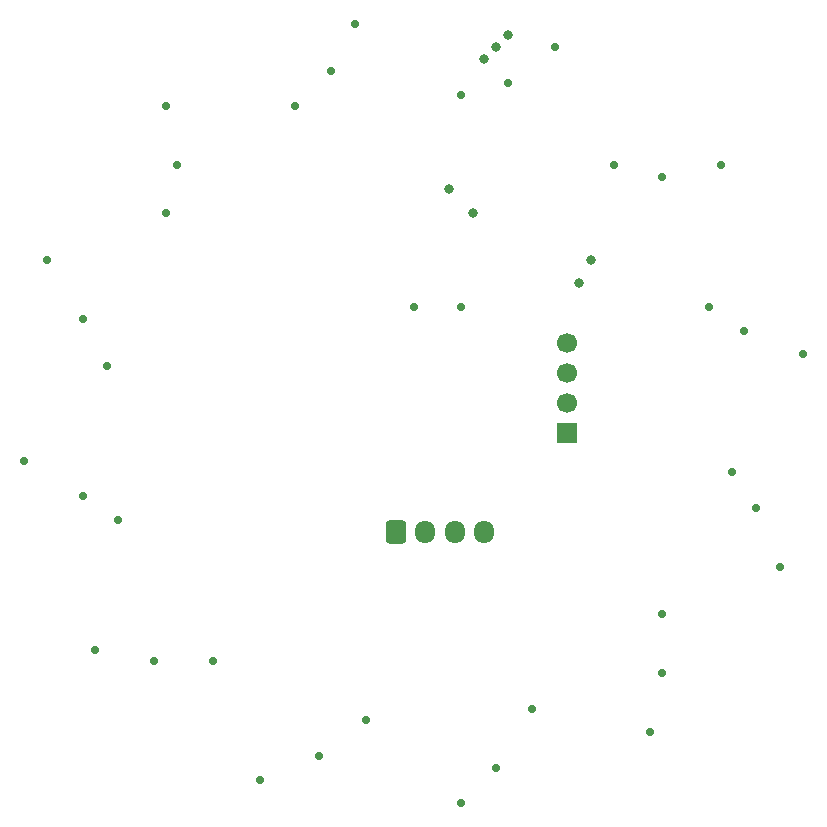
<source format=gbr>
%TF.GenerationSoftware,KiCad,Pcbnew,9.0.6*%
%TF.CreationDate,2026-02-24T16:40:53+01:00*%
%TF.ProjectId,MPC-Status,4d50432d-5374-4617-9475-732e6b696361,rev?*%
%TF.SameCoordinates,Original*%
%TF.FileFunction,Copper,L4,Bot*%
%TF.FilePolarity,Positive*%
%FSLAX46Y46*%
G04 Gerber Fmt 4.6, Leading zero omitted, Abs format (unit mm)*
G04 Created by KiCad (PCBNEW 9.0.6) date 2026-02-24 16:40:53*
%MOMM*%
%LPD*%
G01*
G04 APERTURE LIST*
G04 Aperture macros list*
%AMRoundRect*
0 Rectangle with rounded corners*
0 $1 Rounding radius*
0 $2 $3 $4 $5 $6 $7 $8 $9 X,Y pos of 4 corners*
0 Add a 4 corners polygon primitive as box body*
4,1,4,$2,$3,$4,$5,$6,$7,$8,$9,$2,$3,0*
0 Add four circle primitives for the rounded corners*
1,1,$1+$1,$2,$3*
1,1,$1+$1,$4,$5*
1,1,$1+$1,$6,$7*
1,1,$1+$1,$8,$9*
0 Add four rect primitives between the rounded corners*
20,1,$1+$1,$2,$3,$4,$5,0*
20,1,$1+$1,$4,$5,$6,$7,0*
20,1,$1+$1,$6,$7,$8,$9,0*
20,1,$1+$1,$8,$9,$2,$3,0*%
G04 Aperture macros list end*
%TA.AperFunction,ComponentPad*%
%ADD10R,1.700000X1.700000*%
%TD*%
%TA.AperFunction,ComponentPad*%
%ADD11C,1.700000*%
%TD*%
%TA.AperFunction,ComponentPad*%
%ADD12RoundRect,0.250000X-0.600000X-0.725000X0.600000X-0.725000X0.600000X0.725000X-0.600000X0.725000X0*%
%TD*%
%TA.AperFunction,ComponentPad*%
%ADD13O,1.700000X1.950000*%
%TD*%
%TA.AperFunction,ViaPad*%
%ADD14C,0.800000*%
%TD*%
%TA.AperFunction,ViaPad*%
%ADD15C,0.700000*%
%TD*%
G04 APERTURE END LIST*
D10*
%TO.P,J1,1,Pin_1*%
%TO.N,GND*%
X163000000Y-106620000D03*
D11*
%TO.P,J1,2,Pin_2*%
%TO.N,Reset*%
X163000000Y-104080000D03*
%TO.P,J1,3,Pin_3*%
%TO.N,Programmierpin*%
X163000000Y-101540000D03*
%TO.P,J1,4,Pin_4*%
%TO.N,+5V*%
X163000000Y-99000000D03*
%TD*%
D12*
%TO.P,J2,1,Pin_1*%
%TO.N,GND*%
X148500000Y-115000000D03*
D13*
%TO.P,J2,2,Pin_2*%
%TO.N,I2C_SDA*%
X151000000Y-115000000D03*
%TO.P,J2,3,Pin_3*%
%TO.N,I2C_SCL*%
X153500000Y-115000000D03*
%TO.P,J2,4,Pin_4*%
%TO.N,+5V*%
X156000000Y-115000000D03*
%TD*%
D14*
%TO.N,+5VD*%
X157000000Y-74000000D03*
X156000000Y-75000000D03*
X158000000Y-73000000D03*
%TO.N,GND*%
X165000000Y-92000000D03*
X164000000Y-94000000D03*
%TO.N,+5V*%
X153000000Y-86000000D03*
X155000000Y-88000000D03*
D15*
X150000000Y-96000000D03*
%TO.N,GND*%
X130000000Y-84000000D03*
X133000000Y-126000000D03*
X160000000Y-130000000D03*
X125000000Y-114000000D03*
X124000000Y-101000000D03*
X140000000Y-79000000D03*
X143000000Y-76000000D03*
X158000000Y-77000000D03*
X142000000Y-134000000D03*
X157000000Y-135000000D03*
X167000000Y-84000000D03*
X154000000Y-78000000D03*
X171000000Y-85000000D03*
X129000000Y-88000000D03*
X122000000Y-97000000D03*
X154000000Y-96000000D03*
X128000000Y-126000000D03*
X179000000Y-113000000D03*
X171000000Y-127000000D03*
X178000000Y-98000000D03*
X175000000Y-96000000D03*
X177000000Y-110000000D03*
X171000000Y-122000000D03*
X146000000Y-131000000D03*
X122000000Y-112000000D03*
%TO.N,+5VD*%
X162000000Y-74000000D03*
X176000000Y-84000000D03*
X119000000Y-92000000D03*
X145000000Y-72000000D03*
X137000000Y-136000000D03*
X123000000Y-125000000D03*
X117000000Y-109000000D03*
X129000000Y-79000000D03*
X154000000Y-138000000D03*
X170000000Y-132000000D03*
X183000000Y-100000000D03*
X181000000Y-118000000D03*
%TD*%
M02*

</source>
